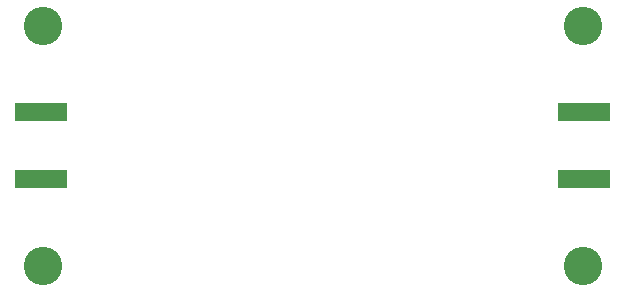
<source format=gbr>
%TF.GenerationSoftware,Altium Limited,Altium Designer,22.6.1 (34)*%
G04 Layer_Color=16711935*
%FSLAX26Y26*%
%MOIN*%
%TF.SameCoordinates,8B827DF8-CB59-4627-A0E1-72AFC477AE17*%
%TF.FilePolarity,Negative*%
%TF.FileFunction,Soldermask,Bot*%
%TF.Part,Single*%
G01*
G75*
%TA.AperFunction,ConnectorPad*%
%ADD23R,0.173354X0.061150*%
%TA.AperFunction,WasherPad*%
%ADD24C,0.128000*%
D23*
X2902126Y1388780D02*
D03*
Y1611220D02*
D03*
X1092874Y1388780D02*
D03*
Y1611220D02*
D03*
D24*
X2900000Y1900000D02*
D03*
Y1100000D02*
D03*
X1100000D02*
D03*
Y1900000D02*
D03*
%TF.MD5,dc63b468afc86adbd7f8b8b8cac40b6b*%
M02*

</source>
